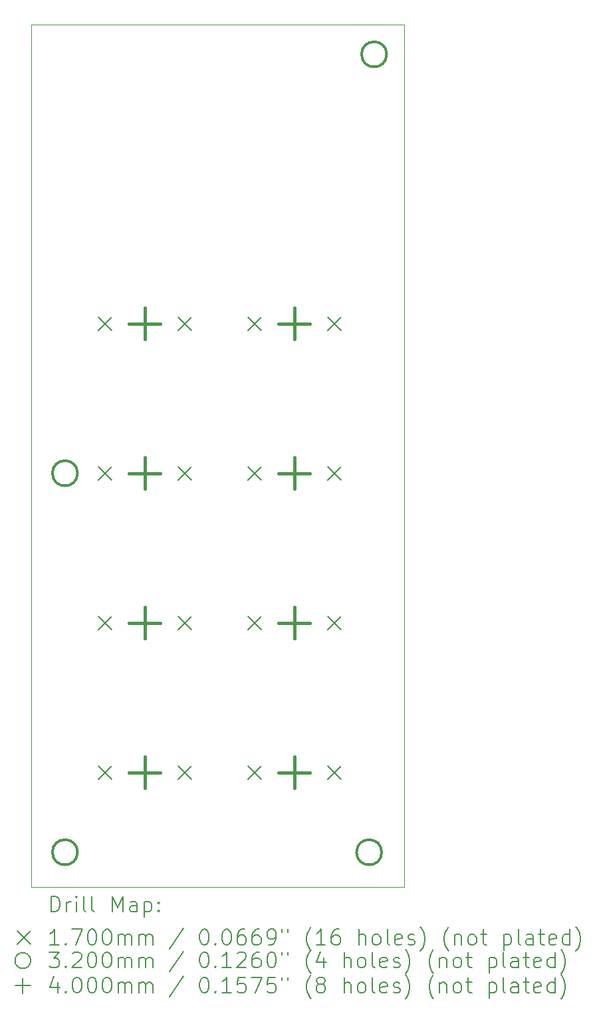
<source format=gbr>
%TF.GenerationSoftware,KiCad,Pcbnew,(6.0.9)*%
%TF.CreationDate,2023-04-09T12:51:09-04:00*%
%TF.ProjectId,MainPad,4d61696e-5061-4642-9e6b-696361645f70,rev?*%
%TF.SameCoordinates,Original*%
%TF.FileFunction,Drillmap*%
%TF.FilePolarity,Positive*%
%FSLAX45Y45*%
G04 Gerber Fmt 4.5, Leading zero omitted, Abs format (unit mm)*
G04 Created by KiCad (PCBNEW (6.0.9)) date 2023-04-09 12:51:09*
%MOMM*%
%LPD*%
G01*
G04 APERTURE LIST*
%ADD10C,0.100000*%
%ADD11C,0.200000*%
%ADD12C,0.170000*%
%ADD13C,0.320000*%
%ADD14C,0.400000*%
G04 APERTURE END LIST*
D10*
X16637000Y-13652500D02*
X11887200Y-13652500D01*
X11887200Y-13652500D02*
X11887200Y-2667000D01*
X11887200Y-2667000D02*
X16637000Y-2667000D01*
X16637000Y-2667000D02*
X16637000Y-13652500D01*
D11*
D12*
X12742000Y-6392000D02*
X12912000Y-6562000D01*
X12912000Y-6392000D02*
X12742000Y-6562000D01*
X12742000Y-8297000D02*
X12912000Y-8467000D01*
X12912000Y-8297000D02*
X12742000Y-8467000D01*
X12742000Y-10202000D02*
X12912000Y-10372000D01*
X12912000Y-10202000D02*
X12742000Y-10372000D01*
X12742000Y-12107000D02*
X12912000Y-12277000D01*
X12912000Y-12107000D02*
X12742000Y-12277000D01*
X13758000Y-6392000D02*
X13928000Y-6562000D01*
X13928000Y-6392000D02*
X13758000Y-6562000D01*
X13758000Y-8297000D02*
X13928000Y-8467000D01*
X13928000Y-8297000D02*
X13758000Y-8467000D01*
X13758000Y-10202000D02*
X13928000Y-10372000D01*
X13928000Y-10202000D02*
X13758000Y-10372000D01*
X13758000Y-12107000D02*
X13928000Y-12277000D01*
X13928000Y-12107000D02*
X13758000Y-12277000D01*
X14647000Y-6392000D02*
X14817000Y-6562000D01*
X14817000Y-6392000D02*
X14647000Y-6562000D01*
X14647000Y-8297000D02*
X14817000Y-8467000D01*
X14817000Y-8297000D02*
X14647000Y-8467000D01*
X14647000Y-10202000D02*
X14817000Y-10372000D01*
X14817000Y-10202000D02*
X14647000Y-10372000D01*
X14647000Y-12107000D02*
X14817000Y-12277000D01*
X14817000Y-12107000D02*
X14647000Y-12277000D01*
X15663000Y-6392000D02*
X15833000Y-6562000D01*
X15833000Y-6392000D02*
X15663000Y-6562000D01*
X15663000Y-8297000D02*
X15833000Y-8467000D01*
X15833000Y-8297000D02*
X15663000Y-8467000D01*
X15663000Y-10202000D02*
X15833000Y-10372000D01*
X15833000Y-10202000D02*
X15663000Y-10372000D01*
X15663000Y-12107000D02*
X15833000Y-12277000D01*
X15833000Y-12107000D02*
X15663000Y-12277000D01*
D13*
X12479000Y-8382000D02*
G75*
G03*
X12479000Y-8382000I-160000J0D01*
G01*
X12479000Y-13208000D02*
G75*
G03*
X12479000Y-13208000I-160000J0D01*
G01*
X16352500Y-13208000D02*
G75*
G03*
X16352500Y-13208000I-160000J0D01*
G01*
X16416000Y-3048000D02*
G75*
G03*
X16416000Y-3048000I-160000J0D01*
G01*
D14*
X13335000Y-6277000D02*
X13335000Y-6677000D01*
X13135000Y-6477000D02*
X13535000Y-6477000D01*
X13335000Y-8182000D02*
X13335000Y-8582000D01*
X13135000Y-8382000D02*
X13535000Y-8382000D01*
X13335000Y-10087000D02*
X13335000Y-10487000D01*
X13135000Y-10287000D02*
X13535000Y-10287000D01*
X13335000Y-11992000D02*
X13335000Y-12392000D01*
X13135000Y-12192000D02*
X13535000Y-12192000D01*
X15240000Y-6277000D02*
X15240000Y-6677000D01*
X15040000Y-6477000D02*
X15440000Y-6477000D01*
X15240000Y-8182000D02*
X15240000Y-8582000D01*
X15040000Y-8382000D02*
X15440000Y-8382000D01*
X15240000Y-10087000D02*
X15240000Y-10487000D01*
X15040000Y-10287000D02*
X15440000Y-10287000D01*
X15240000Y-11992000D02*
X15240000Y-12392000D01*
X15040000Y-12192000D02*
X15440000Y-12192000D01*
D11*
X12139819Y-13967976D02*
X12139819Y-13767976D01*
X12187438Y-13767976D01*
X12216009Y-13777500D01*
X12235057Y-13796548D01*
X12244581Y-13815595D01*
X12254105Y-13853690D01*
X12254105Y-13882262D01*
X12244581Y-13920357D01*
X12235057Y-13939405D01*
X12216009Y-13958452D01*
X12187438Y-13967976D01*
X12139819Y-13967976D01*
X12339819Y-13967976D02*
X12339819Y-13834643D01*
X12339819Y-13872738D02*
X12349343Y-13853690D01*
X12358867Y-13844167D01*
X12377914Y-13834643D01*
X12396962Y-13834643D01*
X12463628Y-13967976D02*
X12463628Y-13834643D01*
X12463628Y-13767976D02*
X12454105Y-13777500D01*
X12463628Y-13787024D01*
X12473152Y-13777500D01*
X12463628Y-13767976D01*
X12463628Y-13787024D01*
X12587438Y-13967976D02*
X12568390Y-13958452D01*
X12558867Y-13939405D01*
X12558867Y-13767976D01*
X12692200Y-13967976D02*
X12673152Y-13958452D01*
X12663628Y-13939405D01*
X12663628Y-13767976D01*
X12920771Y-13967976D02*
X12920771Y-13767976D01*
X12987438Y-13910833D01*
X13054105Y-13767976D01*
X13054105Y-13967976D01*
X13235057Y-13967976D02*
X13235057Y-13863214D01*
X13225533Y-13844167D01*
X13206486Y-13834643D01*
X13168390Y-13834643D01*
X13149343Y-13844167D01*
X13235057Y-13958452D02*
X13216009Y-13967976D01*
X13168390Y-13967976D01*
X13149343Y-13958452D01*
X13139819Y-13939405D01*
X13139819Y-13920357D01*
X13149343Y-13901309D01*
X13168390Y-13891786D01*
X13216009Y-13891786D01*
X13235057Y-13882262D01*
X13330295Y-13834643D02*
X13330295Y-14034643D01*
X13330295Y-13844167D02*
X13349343Y-13834643D01*
X13387438Y-13834643D01*
X13406486Y-13844167D01*
X13416009Y-13853690D01*
X13425533Y-13872738D01*
X13425533Y-13929881D01*
X13416009Y-13948928D01*
X13406486Y-13958452D01*
X13387438Y-13967976D01*
X13349343Y-13967976D01*
X13330295Y-13958452D01*
X13511248Y-13948928D02*
X13520771Y-13958452D01*
X13511248Y-13967976D01*
X13501724Y-13958452D01*
X13511248Y-13948928D01*
X13511248Y-13967976D01*
X13511248Y-13844167D02*
X13520771Y-13853690D01*
X13511248Y-13863214D01*
X13501724Y-13853690D01*
X13511248Y-13844167D01*
X13511248Y-13863214D01*
D12*
X11712200Y-14212500D02*
X11882200Y-14382500D01*
X11882200Y-14212500D02*
X11712200Y-14382500D01*
D11*
X12244581Y-14387976D02*
X12130295Y-14387976D01*
X12187438Y-14387976D02*
X12187438Y-14187976D01*
X12168390Y-14216548D01*
X12149343Y-14235595D01*
X12130295Y-14245119D01*
X12330295Y-14368928D02*
X12339819Y-14378452D01*
X12330295Y-14387976D01*
X12320771Y-14378452D01*
X12330295Y-14368928D01*
X12330295Y-14387976D01*
X12406486Y-14187976D02*
X12539819Y-14187976D01*
X12454105Y-14387976D01*
X12654105Y-14187976D02*
X12673152Y-14187976D01*
X12692200Y-14197500D01*
X12701724Y-14207024D01*
X12711248Y-14226071D01*
X12720771Y-14264167D01*
X12720771Y-14311786D01*
X12711248Y-14349881D01*
X12701724Y-14368928D01*
X12692200Y-14378452D01*
X12673152Y-14387976D01*
X12654105Y-14387976D01*
X12635057Y-14378452D01*
X12625533Y-14368928D01*
X12616009Y-14349881D01*
X12606486Y-14311786D01*
X12606486Y-14264167D01*
X12616009Y-14226071D01*
X12625533Y-14207024D01*
X12635057Y-14197500D01*
X12654105Y-14187976D01*
X12844581Y-14187976D02*
X12863628Y-14187976D01*
X12882676Y-14197500D01*
X12892200Y-14207024D01*
X12901724Y-14226071D01*
X12911248Y-14264167D01*
X12911248Y-14311786D01*
X12901724Y-14349881D01*
X12892200Y-14368928D01*
X12882676Y-14378452D01*
X12863628Y-14387976D01*
X12844581Y-14387976D01*
X12825533Y-14378452D01*
X12816009Y-14368928D01*
X12806486Y-14349881D01*
X12796962Y-14311786D01*
X12796962Y-14264167D01*
X12806486Y-14226071D01*
X12816009Y-14207024D01*
X12825533Y-14197500D01*
X12844581Y-14187976D01*
X12996962Y-14387976D02*
X12996962Y-14254643D01*
X12996962Y-14273690D02*
X13006486Y-14264167D01*
X13025533Y-14254643D01*
X13054105Y-14254643D01*
X13073152Y-14264167D01*
X13082676Y-14283214D01*
X13082676Y-14387976D01*
X13082676Y-14283214D02*
X13092200Y-14264167D01*
X13111248Y-14254643D01*
X13139819Y-14254643D01*
X13158867Y-14264167D01*
X13168390Y-14283214D01*
X13168390Y-14387976D01*
X13263628Y-14387976D02*
X13263628Y-14254643D01*
X13263628Y-14273690D02*
X13273152Y-14264167D01*
X13292200Y-14254643D01*
X13320771Y-14254643D01*
X13339819Y-14264167D01*
X13349343Y-14283214D01*
X13349343Y-14387976D01*
X13349343Y-14283214D02*
X13358867Y-14264167D01*
X13377914Y-14254643D01*
X13406486Y-14254643D01*
X13425533Y-14264167D01*
X13435057Y-14283214D01*
X13435057Y-14387976D01*
X13825533Y-14178452D02*
X13654105Y-14435595D01*
X14082676Y-14187976D02*
X14101724Y-14187976D01*
X14120771Y-14197500D01*
X14130295Y-14207024D01*
X14139819Y-14226071D01*
X14149343Y-14264167D01*
X14149343Y-14311786D01*
X14139819Y-14349881D01*
X14130295Y-14368928D01*
X14120771Y-14378452D01*
X14101724Y-14387976D01*
X14082676Y-14387976D01*
X14063628Y-14378452D01*
X14054105Y-14368928D01*
X14044581Y-14349881D01*
X14035057Y-14311786D01*
X14035057Y-14264167D01*
X14044581Y-14226071D01*
X14054105Y-14207024D01*
X14063628Y-14197500D01*
X14082676Y-14187976D01*
X14235057Y-14368928D02*
X14244581Y-14378452D01*
X14235057Y-14387976D01*
X14225533Y-14378452D01*
X14235057Y-14368928D01*
X14235057Y-14387976D01*
X14368390Y-14187976D02*
X14387438Y-14187976D01*
X14406486Y-14197500D01*
X14416009Y-14207024D01*
X14425533Y-14226071D01*
X14435057Y-14264167D01*
X14435057Y-14311786D01*
X14425533Y-14349881D01*
X14416009Y-14368928D01*
X14406486Y-14378452D01*
X14387438Y-14387976D01*
X14368390Y-14387976D01*
X14349343Y-14378452D01*
X14339819Y-14368928D01*
X14330295Y-14349881D01*
X14320771Y-14311786D01*
X14320771Y-14264167D01*
X14330295Y-14226071D01*
X14339819Y-14207024D01*
X14349343Y-14197500D01*
X14368390Y-14187976D01*
X14606486Y-14187976D02*
X14568390Y-14187976D01*
X14549343Y-14197500D01*
X14539819Y-14207024D01*
X14520771Y-14235595D01*
X14511248Y-14273690D01*
X14511248Y-14349881D01*
X14520771Y-14368928D01*
X14530295Y-14378452D01*
X14549343Y-14387976D01*
X14587438Y-14387976D01*
X14606486Y-14378452D01*
X14616009Y-14368928D01*
X14625533Y-14349881D01*
X14625533Y-14302262D01*
X14616009Y-14283214D01*
X14606486Y-14273690D01*
X14587438Y-14264167D01*
X14549343Y-14264167D01*
X14530295Y-14273690D01*
X14520771Y-14283214D01*
X14511248Y-14302262D01*
X14796962Y-14187976D02*
X14758867Y-14187976D01*
X14739819Y-14197500D01*
X14730295Y-14207024D01*
X14711248Y-14235595D01*
X14701724Y-14273690D01*
X14701724Y-14349881D01*
X14711248Y-14368928D01*
X14720771Y-14378452D01*
X14739819Y-14387976D01*
X14777914Y-14387976D01*
X14796962Y-14378452D01*
X14806486Y-14368928D01*
X14816009Y-14349881D01*
X14816009Y-14302262D01*
X14806486Y-14283214D01*
X14796962Y-14273690D01*
X14777914Y-14264167D01*
X14739819Y-14264167D01*
X14720771Y-14273690D01*
X14711248Y-14283214D01*
X14701724Y-14302262D01*
X14911248Y-14387976D02*
X14949343Y-14387976D01*
X14968390Y-14378452D01*
X14977914Y-14368928D01*
X14996962Y-14340357D01*
X15006486Y-14302262D01*
X15006486Y-14226071D01*
X14996962Y-14207024D01*
X14987438Y-14197500D01*
X14968390Y-14187976D01*
X14930295Y-14187976D01*
X14911248Y-14197500D01*
X14901724Y-14207024D01*
X14892200Y-14226071D01*
X14892200Y-14273690D01*
X14901724Y-14292738D01*
X14911248Y-14302262D01*
X14930295Y-14311786D01*
X14968390Y-14311786D01*
X14987438Y-14302262D01*
X14996962Y-14292738D01*
X15006486Y-14273690D01*
X15082676Y-14187976D02*
X15082676Y-14226071D01*
X15158867Y-14187976D02*
X15158867Y-14226071D01*
X15454105Y-14464167D02*
X15444581Y-14454643D01*
X15425533Y-14426071D01*
X15416009Y-14407024D01*
X15406486Y-14378452D01*
X15396962Y-14330833D01*
X15396962Y-14292738D01*
X15406486Y-14245119D01*
X15416009Y-14216548D01*
X15425533Y-14197500D01*
X15444581Y-14168928D01*
X15454105Y-14159405D01*
X15635057Y-14387976D02*
X15520771Y-14387976D01*
X15577914Y-14387976D02*
X15577914Y-14187976D01*
X15558867Y-14216548D01*
X15539819Y-14235595D01*
X15520771Y-14245119D01*
X15806486Y-14187976D02*
X15768390Y-14187976D01*
X15749343Y-14197500D01*
X15739819Y-14207024D01*
X15720771Y-14235595D01*
X15711248Y-14273690D01*
X15711248Y-14349881D01*
X15720771Y-14368928D01*
X15730295Y-14378452D01*
X15749343Y-14387976D01*
X15787438Y-14387976D01*
X15806486Y-14378452D01*
X15816009Y-14368928D01*
X15825533Y-14349881D01*
X15825533Y-14302262D01*
X15816009Y-14283214D01*
X15806486Y-14273690D01*
X15787438Y-14264167D01*
X15749343Y-14264167D01*
X15730295Y-14273690D01*
X15720771Y-14283214D01*
X15711248Y-14302262D01*
X16063628Y-14387976D02*
X16063628Y-14187976D01*
X16149343Y-14387976D02*
X16149343Y-14283214D01*
X16139819Y-14264167D01*
X16120771Y-14254643D01*
X16092200Y-14254643D01*
X16073152Y-14264167D01*
X16063628Y-14273690D01*
X16273152Y-14387976D02*
X16254105Y-14378452D01*
X16244581Y-14368928D01*
X16235057Y-14349881D01*
X16235057Y-14292738D01*
X16244581Y-14273690D01*
X16254105Y-14264167D01*
X16273152Y-14254643D01*
X16301724Y-14254643D01*
X16320771Y-14264167D01*
X16330295Y-14273690D01*
X16339819Y-14292738D01*
X16339819Y-14349881D01*
X16330295Y-14368928D01*
X16320771Y-14378452D01*
X16301724Y-14387976D01*
X16273152Y-14387976D01*
X16454105Y-14387976D02*
X16435057Y-14378452D01*
X16425533Y-14359405D01*
X16425533Y-14187976D01*
X16606486Y-14378452D02*
X16587438Y-14387976D01*
X16549343Y-14387976D01*
X16530295Y-14378452D01*
X16520771Y-14359405D01*
X16520771Y-14283214D01*
X16530295Y-14264167D01*
X16549343Y-14254643D01*
X16587438Y-14254643D01*
X16606486Y-14264167D01*
X16616009Y-14283214D01*
X16616009Y-14302262D01*
X16520771Y-14321309D01*
X16692200Y-14378452D02*
X16711248Y-14387976D01*
X16749343Y-14387976D01*
X16768390Y-14378452D01*
X16777914Y-14359405D01*
X16777914Y-14349881D01*
X16768390Y-14330833D01*
X16749343Y-14321309D01*
X16720771Y-14321309D01*
X16701724Y-14311786D01*
X16692200Y-14292738D01*
X16692200Y-14283214D01*
X16701724Y-14264167D01*
X16720771Y-14254643D01*
X16749343Y-14254643D01*
X16768390Y-14264167D01*
X16844581Y-14464167D02*
X16854105Y-14454643D01*
X16873152Y-14426071D01*
X16882676Y-14407024D01*
X16892200Y-14378452D01*
X16901724Y-14330833D01*
X16901724Y-14292738D01*
X16892200Y-14245119D01*
X16882676Y-14216548D01*
X16873152Y-14197500D01*
X16854105Y-14168928D01*
X16844581Y-14159405D01*
X17206486Y-14464167D02*
X17196962Y-14454643D01*
X17177914Y-14426071D01*
X17168390Y-14407024D01*
X17158867Y-14378452D01*
X17149343Y-14330833D01*
X17149343Y-14292738D01*
X17158867Y-14245119D01*
X17168390Y-14216548D01*
X17177914Y-14197500D01*
X17196962Y-14168928D01*
X17206486Y-14159405D01*
X17282676Y-14254643D02*
X17282676Y-14387976D01*
X17282676Y-14273690D02*
X17292200Y-14264167D01*
X17311248Y-14254643D01*
X17339819Y-14254643D01*
X17358867Y-14264167D01*
X17368390Y-14283214D01*
X17368390Y-14387976D01*
X17492200Y-14387976D02*
X17473152Y-14378452D01*
X17463629Y-14368928D01*
X17454105Y-14349881D01*
X17454105Y-14292738D01*
X17463629Y-14273690D01*
X17473152Y-14264167D01*
X17492200Y-14254643D01*
X17520771Y-14254643D01*
X17539819Y-14264167D01*
X17549343Y-14273690D01*
X17558867Y-14292738D01*
X17558867Y-14349881D01*
X17549343Y-14368928D01*
X17539819Y-14378452D01*
X17520771Y-14387976D01*
X17492200Y-14387976D01*
X17616010Y-14254643D02*
X17692200Y-14254643D01*
X17644581Y-14187976D02*
X17644581Y-14359405D01*
X17654105Y-14378452D01*
X17673152Y-14387976D01*
X17692200Y-14387976D01*
X17911248Y-14254643D02*
X17911248Y-14454643D01*
X17911248Y-14264167D02*
X17930295Y-14254643D01*
X17968390Y-14254643D01*
X17987438Y-14264167D01*
X17996962Y-14273690D01*
X18006486Y-14292738D01*
X18006486Y-14349881D01*
X17996962Y-14368928D01*
X17987438Y-14378452D01*
X17968390Y-14387976D01*
X17930295Y-14387976D01*
X17911248Y-14378452D01*
X18120771Y-14387976D02*
X18101724Y-14378452D01*
X18092200Y-14359405D01*
X18092200Y-14187976D01*
X18282676Y-14387976D02*
X18282676Y-14283214D01*
X18273152Y-14264167D01*
X18254105Y-14254643D01*
X18216010Y-14254643D01*
X18196962Y-14264167D01*
X18282676Y-14378452D02*
X18263629Y-14387976D01*
X18216010Y-14387976D01*
X18196962Y-14378452D01*
X18187438Y-14359405D01*
X18187438Y-14340357D01*
X18196962Y-14321309D01*
X18216010Y-14311786D01*
X18263629Y-14311786D01*
X18282676Y-14302262D01*
X18349343Y-14254643D02*
X18425533Y-14254643D01*
X18377914Y-14187976D02*
X18377914Y-14359405D01*
X18387438Y-14378452D01*
X18406486Y-14387976D01*
X18425533Y-14387976D01*
X18568390Y-14378452D02*
X18549343Y-14387976D01*
X18511248Y-14387976D01*
X18492200Y-14378452D01*
X18482676Y-14359405D01*
X18482676Y-14283214D01*
X18492200Y-14264167D01*
X18511248Y-14254643D01*
X18549343Y-14254643D01*
X18568390Y-14264167D01*
X18577914Y-14283214D01*
X18577914Y-14302262D01*
X18482676Y-14321309D01*
X18749343Y-14387976D02*
X18749343Y-14187976D01*
X18749343Y-14378452D02*
X18730295Y-14387976D01*
X18692200Y-14387976D01*
X18673152Y-14378452D01*
X18663629Y-14368928D01*
X18654105Y-14349881D01*
X18654105Y-14292738D01*
X18663629Y-14273690D01*
X18673152Y-14264167D01*
X18692200Y-14254643D01*
X18730295Y-14254643D01*
X18749343Y-14264167D01*
X18825533Y-14464167D02*
X18835057Y-14454643D01*
X18854105Y-14426071D01*
X18863629Y-14407024D01*
X18873152Y-14378452D01*
X18882676Y-14330833D01*
X18882676Y-14292738D01*
X18873152Y-14245119D01*
X18863629Y-14216548D01*
X18854105Y-14197500D01*
X18835057Y-14168928D01*
X18825533Y-14159405D01*
X11882200Y-14587500D02*
G75*
G03*
X11882200Y-14587500I-100000J0D01*
G01*
X12120771Y-14477976D02*
X12244581Y-14477976D01*
X12177914Y-14554167D01*
X12206486Y-14554167D01*
X12225533Y-14563690D01*
X12235057Y-14573214D01*
X12244581Y-14592262D01*
X12244581Y-14639881D01*
X12235057Y-14658928D01*
X12225533Y-14668452D01*
X12206486Y-14677976D01*
X12149343Y-14677976D01*
X12130295Y-14668452D01*
X12120771Y-14658928D01*
X12330295Y-14658928D02*
X12339819Y-14668452D01*
X12330295Y-14677976D01*
X12320771Y-14668452D01*
X12330295Y-14658928D01*
X12330295Y-14677976D01*
X12416009Y-14497024D02*
X12425533Y-14487500D01*
X12444581Y-14477976D01*
X12492200Y-14477976D01*
X12511248Y-14487500D01*
X12520771Y-14497024D01*
X12530295Y-14516071D01*
X12530295Y-14535119D01*
X12520771Y-14563690D01*
X12406486Y-14677976D01*
X12530295Y-14677976D01*
X12654105Y-14477976D02*
X12673152Y-14477976D01*
X12692200Y-14487500D01*
X12701724Y-14497024D01*
X12711248Y-14516071D01*
X12720771Y-14554167D01*
X12720771Y-14601786D01*
X12711248Y-14639881D01*
X12701724Y-14658928D01*
X12692200Y-14668452D01*
X12673152Y-14677976D01*
X12654105Y-14677976D01*
X12635057Y-14668452D01*
X12625533Y-14658928D01*
X12616009Y-14639881D01*
X12606486Y-14601786D01*
X12606486Y-14554167D01*
X12616009Y-14516071D01*
X12625533Y-14497024D01*
X12635057Y-14487500D01*
X12654105Y-14477976D01*
X12844581Y-14477976D02*
X12863628Y-14477976D01*
X12882676Y-14487500D01*
X12892200Y-14497024D01*
X12901724Y-14516071D01*
X12911248Y-14554167D01*
X12911248Y-14601786D01*
X12901724Y-14639881D01*
X12892200Y-14658928D01*
X12882676Y-14668452D01*
X12863628Y-14677976D01*
X12844581Y-14677976D01*
X12825533Y-14668452D01*
X12816009Y-14658928D01*
X12806486Y-14639881D01*
X12796962Y-14601786D01*
X12796962Y-14554167D01*
X12806486Y-14516071D01*
X12816009Y-14497024D01*
X12825533Y-14487500D01*
X12844581Y-14477976D01*
X12996962Y-14677976D02*
X12996962Y-14544643D01*
X12996962Y-14563690D02*
X13006486Y-14554167D01*
X13025533Y-14544643D01*
X13054105Y-14544643D01*
X13073152Y-14554167D01*
X13082676Y-14573214D01*
X13082676Y-14677976D01*
X13082676Y-14573214D02*
X13092200Y-14554167D01*
X13111248Y-14544643D01*
X13139819Y-14544643D01*
X13158867Y-14554167D01*
X13168390Y-14573214D01*
X13168390Y-14677976D01*
X13263628Y-14677976D02*
X13263628Y-14544643D01*
X13263628Y-14563690D02*
X13273152Y-14554167D01*
X13292200Y-14544643D01*
X13320771Y-14544643D01*
X13339819Y-14554167D01*
X13349343Y-14573214D01*
X13349343Y-14677976D01*
X13349343Y-14573214D02*
X13358867Y-14554167D01*
X13377914Y-14544643D01*
X13406486Y-14544643D01*
X13425533Y-14554167D01*
X13435057Y-14573214D01*
X13435057Y-14677976D01*
X13825533Y-14468452D02*
X13654105Y-14725595D01*
X14082676Y-14477976D02*
X14101724Y-14477976D01*
X14120771Y-14487500D01*
X14130295Y-14497024D01*
X14139819Y-14516071D01*
X14149343Y-14554167D01*
X14149343Y-14601786D01*
X14139819Y-14639881D01*
X14130295Y-14658928D01*
X14120771Y-14668452D01*
X14101724Y-14677976D01*
X14082676Y-14677976D01*
X14063628Y-14668452D01*
X14054105Y-14658928D01*
X14044581Y-14639881D01*
X14035057Y-14601786D01*
X14035057Y-14554167D01*
X14044581Y-14516071D01*
X14054105Y-14497024D01*
X14063628Y-14487500D01*
X14082676Y-14477976D01*
X14235057Y-14658928D02*
X14244581Y-14668452D01*
X14235057Y-14677976D01*
X14225533Y-14668452D01*
X14235057Y-14658928D01*
X14235057Y-14677976D01*
X14435057Y-14677976D02*
X14320771Y-14677976D01*
X14377914Y-14677976D02*
X14377914Y-14477976D01*
X14358867Y-14506548D01*
X14339819Y-14525595D01*
X14320771Y-14535119D01*
X14511248Y-14497024D02*
X14520771Y-14487500D01*
X14539819Y-14477976D01*
X14587438Y-14477976D01*
X14606486Y-14487500D01*
X14616009Y-14497024D01*
X14625533Y-14516071D01*
X14625533Y-14535119D01*
X14616009Y-14563690D01*
X14501724Y-14677976D01*
X14625533Y-14677976D01*
X14796962Y-14477976D02*
X14758867Y-14477976D01*
X14739819Y-14487500D01*
X14730295Y-14497024D01*
X14711248Y-14525595D01*
X14701724Y-14563690D01*
X14701724Y-14639881D01*
X14711248Y-14658928D01*
X14720771Y-14668452D01*
X14739819Y-14677976D01*
X14777914Y-14677976D01*
X14796962Y-14668452D01*
X14806486Y-14658928D01*
X14816009Y-14639881D01*
X14816009Y-14592262D01*
X14806486Y-14573214D01*
X14796962Y-14563690D01*
X14777914Y-14554167D01*
X14739819Y-14554167D01*
X14720771Y-14563690D01*
X14711248Y-14573214D01*
X14701724Y-14592262D01*
X14939819Y-14477976D02*
X14958867Y-14477976D01*
X14977914Y-14487500D01*
X14987438Y-14497024D01*
X14996962Y-14516071D01*
X15006486Y-14554167D01*
X15006486Y-14601786D01*
X14996962Y-14639881D01*
X14987438Y-14658928D01*
X14977914Y-14668452D01*
X14958867Y-14677976D01*
X14939819Y-14677976D01*
X14920771Y-14668452D01*
X14911248Y-14658928D01*
X14901724Y-14639881D01*
X14892200Y-14601786D01*
X14892200Y-14554167D01*
X14901724Y-14516071D01*
X14911248Y-14497024D01*
X14920771Y-14487500D01*
X14939819Y-14477976D01*
X15082676Y-14477976D02*
X15082676Y-14516071D01*
X15158867Y-14477976D02*
X15158867Y-14516071D01*
X15454105Y-14754167D02*
X15444581Y-14744643D01*
X15425533Y-14716071D01*
X15416009Y-14697024D01*
X15406486Y-14668452D01*
X15396962Y-14620833D01*
X15396962Y-14582738D01*
X15406486Y-14535119D01*
X15416009Y-14506548D01*
X15425533Y-14487500D01*
X15444581Y-14458928D01*
X15454105Y-14449405D01*
X15616009Y-14544643D02*
X15616009Y-14677976D01*
X15568390Y-14468452D02*
X15520771Y-14611309D01*
X15644581Y-14611309D01*
X15873152Y-14677976D02*
X15873152Y-14477976D01*
X15958867Y-14677976D02*
X15958867Y-14573214D01*
X15949343Y-14554167D01*
X15930295Y-14544643D01*
X15901724Y-14544643D01*
X15882676Y-14554167D01*
X15873152Y-14563690D01*
X16082676Y-14677976D02*
X16063628Y-14668452D01*
X16054105Y-14658928D01*
X16044581Y-14639881D01*
X16044581Y-14582738D01*
X16054105Y-14563690D01*
X16063628Y-14554167D01*
X16082676Y-14544643D01*
X16111248Y-14544643D01*
X16130295Y-14554167D01*
X16139819Y-14563690D01*
X16149343Y-14582738D01*
X16149343Y-14639881D01*
X16139819Y-14658928D01*
X16130295Y-14668452D01*
X16111248Y-14677976D01*
X16082676Y-14677976D01*
X16263628Y-14677976D02*
X16244581Y-14668452D01*
X16235057Y-14649405D01*
X16235057Y-14477976D01*
X16416009Y-14668452D02*
X16396962Y-14677976D01*
X16358867Y-14677976D01*
X16339819Y-14668452D01*
X16330295Y-14649405D01*
X16330295Y-14573214D01*
X16339819Y-14554167D01*
X16358867Y-14544643D01*
X16396962Y-14544643D01*
X16416009Y-14554167D01*
X16425533Y-14573214D01*
X16425533Y-14592262D01*
X16330295Y-14611309D01*
X16501724Y-14668452D02*
X16520771Y-14677976D01*
X16558867Y-14677976D01*
X16577914Y-14668452D01*
X16587438Y-14649405D01*
X16587438Y-14639881D01*
X16577914Y-14620833D01*
X16558867Y-14611309D01*
X16530295Y-14611309D01*
X16511248Y-14601786D01*
X16501724Y-14582738D01*
X16501724Y-14573214D01*
X16511248Y-14554167D01*
X16530295Y-14544643D01*
X16558867Y-14544643D01*
X16577914Y-14554167D01*
X16654105Y-14754167D02*
X16663628Y-14744643D01*
X16682676Y-14716071D01*
X16692200Y-14697024D01*
X16701724Y-14668452D01*
X16711248Y-14620833D01*
X16711248Y-14582738D01*
X16701724Y-14535119D01*
X16692200Y-14506548D01*
X16682676Y-14487500D01*
X16663628Y-14458928D01*
X16654105Y-14449405D01*
X17016010Y-14754167D02*
X17006486Y-14744643D01*
X16987438Y-14716071D01*
X16977914Y-14697024D01*
X16968390Y-14668452D01*
X16958867Y-14620833D01*
X16958867Y-14582738D01*
X16968390Y-14535119D01*
X16977914Y-14506548D01*
X16987438Y-14487500D01*
X17006486Y-14458928D01*
X17016010Y-14449405D01*
X17092200Y-14544643D02*
X17092200Y-14677976D01*
X17092200Y-14563690D02*
X17101724Y-14554167D01*
X17120771Y-14544643D01*
X17149343Y-14544643D01*
X17168390Y-14554167D01*
X17177914Y-14573214D01*
X17177914Y-14677976D01*
X17301724Y-14677976D02*
X17282676Y-14668452D01*
X17273152Y-14658928D01*
X17263629Y-14639881D01*
X17263629Y-14582738D01*
X17273152Y-14563690D01*
X17282676Y-14554167D01*
X17301724Y-14544643D01*
X17330295Y-14544643D01*
X17349343Y-14554167D01*
X17358867Y-14563690D01*
X17368390Y-14582738D01*
X17368390Y-14639881D01*
X17358867Y-14658928D01*
X17349343Y-14668452D01*
X17330295Y-14677976D01*
X17301724Y-14677976D01*
X17425533Y-14544643D02*
X17501724Y-14544643D01*
X17454105Y-14477976D02*
X17454105Y-14649405D01*
X17463629Y-14668452D01*
X17482676Y-14677976D01*
X17501724Y-14677976D01*
X17720771Y-14544643D02*
X17720771Y-14744643D01*
X17720771Y-14554167D02*
X17739819Y-14544643D01*
X17777914Y-14544643D01*
X17796962Y-14554167D01*
X17806486Y-14563690D01*
X17816010Y-14582738D01*
X17816010Y-14639881D01*
X17806486Y-14658928D01*
X17796962Y-14668452D01*
X17777914Y-14677976D01*
X17739819Y-14677976D01*
X17720771Y-14668452D01*
X17930295Y-14677976D02*
X17911248Y-14668452D01*
X17901724Y-14649405D01*
X17901724Y-14477976D01*
X18092200Y-14677976D02*
X18092200Y-14573214D01*
X18082676Y-14554167D01*
X18063629Y-14544643D01*
X18025533Y-14544643D01*
X18006486Y-14554167D01*
X18092200Y-14668452D02*
X18073152Y-14677976D01*
X18025533Y-14677976D01*
X18006486Y-14668452D01*
X17996962Y-14649405D01*
X17996962Y-14630357D01*
X18006486Y-14611309D01*
X18025533Y-14601786D01*
X18073152Y-14601786D01*
X18092200Y-14592262D01*
X18158867Y-14544643D02*
X18235057Y-14544643D01*
X18187438Y-14477976D02*
X18187438Y-14649405D01*
X18196962Y-14668452D01*
X18216010Y-14677976D01*
X18235057Y-14677976D01*
X18377914Y-14668452D02*
X18358867Y-14677976D01*
X18320771Y-14677976D01*
X18301724Y-14668452D01*
X18292200Y-14649405D01*
X18292200Y-14573214D01*
X18301724Y-14554167D01*
X18320771Y-14544643D01*
X18358867Y-14544643D01*
X18377914Y-14554167D01*
X18387438Y-14573214D01*
X18387438Y-14592262D01*
X18292200Y-14611309D01*
X18558867Y-14677976D02*
X18558867Y-14477976D01*
X18558867Y-14668452D02*
X18539819Y-14677976D01*
X18501724Y-14677976D01*
X18482676Y-14668452D01*
X18473152Y-14658928D01*
X18463629Y-14639881D01*
X18463629Y-14582738D01*
X18473152Y-14563690D01*
X18482676Y-14554167D01*
X18501724Y-14544643D01*
X18539819Y-14544643D01*
X18558867Y-14554167D01*
X18635057Y-14754167D02*
X18644581Y-14744643D01*
X18663629Y-14716071D01*
X18673152Y-14697024D01*
X18682676Y-14668452D01*
X18692200Y-14620833D01*
X18692200Y-14582738D01*
X18682676Y-14535119D01*
X18673152Y-14506548D01*
X18663629Y-14487500D01*
X18644581Y-14458928D01*
X18635057Y-14449405D01*
X11782200Y-14807500D02*
X11782200Y-15007500D01*
X11682200Y-14907500D02*
X11882200Y-14907500D01*
X12225533Y-14864643D02*
X12225533Y-14997976D01*
X12177914Y-14788452D02*
X12130295Y-14931309D01*
X12254105Y-14931309D01*
X12330295Y-14978928D02*
X12339819Y-14988452D01*
X12330295Y-14997976D01*
X12320771Y-14988452D01*
X12330295Y-14978928D01*
X12330295Y-14997976D01*
X12463628Y-14797976D02*
X12482676Y-14797976D01*
X12501724Y-14807500D01*
X12511248Y-14817024D01*
X12520771Y-14836071D01*
X12530295Y-14874167D01*
X12530295Y-14921786D01*
X12520771Y-14959881D01*
X12511248Y-14978928D01*
X12501724Y-14988452D01*
X12482676Y-14997976D01*
X12463628Y-14997976D01*
X12444581Y-14988452D01*
X12435057Y-14978928D01*
X12425533Y-14959881D01*
X12416009Y-14921786D01*
X12416009Y-14874167D01*
X12425533Y-14836071D01*
X12435057Y-14817024D01*
X12444581Y-14807500D01*
X12463628Y-14797976D01*
X12654105Y-14797976D02*
X12673152Y-14797976D01*
X12692200Y-14807500D01*
X12701724Y-14817024D01*
X12711248Y-14836071D01*
X12720771Y-14874167D01*
X12720771Y-14921786D01*
X12711248Y-14959881D01*
X12701724Y-14978928D01*
X12692200Y-14988452D01*
X12673152Y-14997976D01*
X12654105Y-14997976D01*
X12635057Y-14988452D01*
X12625533Y-14978928D01*
X12616009Y-14959881D01*
X12606486Y-14921786D01*
X12606486Y-14874167D01*
X12616009Y-14836071D01*
X12625533Y-14817024D01*
X12635057Y-14807500D01*
X12654105Y-14797976D01*
X12844581Y-14797976D02*
X12863628Y-14797976D01*
X12882676Y-14807500D01*
X12892200Y-14817024D01*
X12901724Y-14836071D01*
X12911248Y-14874167D01*
X12911248Y-14921786D01*
X12901724Y-14959881D01*
X12892200Y-14978928D01*
X12882676Y-14988452D01*
X12863628Y-14997976D01*
X12844581Y-14997976D01*
X12825533Y-14988452D01*
X12816009Y-14978928D01*
X12806486Y-14959881D01*
X12796962Y-14921786D01*
X12796962Y-14874167D01*
X12806486Y-14836071D01*
X12816009Y-14817024D01*
X12825533Y-14807500D01*
X12844581Y-14797976D01*
X12996962Y-14997976D02*
X12996962Y-14864643D01*
X12996962Y-14883690D02*
X13006486Y-14874167D01*
X13025533Y-14864643D01*
X13054105Y-14864643D01*
X13073152Y-14874167D01*
X13082676Y-14893214D01*
X13082676Y-14997976D01*
X13082676Y-14893214D02*
X13092200Y-14874167D01*
X13111248Y-14864643D01*
X13139819Y-14864643D01*
X13158867Y-14874167D01*
X13168390Y-14893214D01*
X13168390Y-14997976D01*
X13263628Y-14997976D02*
X13263628Y-14864643D01*
X13263628Y-14883690D02*
X13273152Y-14874167D01*
X13292200Y-14864643D01*
X13320771Y-14864643D01*
X13339819Y-14874167D01*
X13349343Y-14893214D01*
X13349343Y-14997976D01*
X13349343Y-14893214D02*
X13358867Y-14874167D01*
X13377914Y-14864643D01*
X13406486Y-14864643D01*
X13425533Y-14874167D01*
X13435057Y-14893214D01*
X13435057Y-14997976D01*
X13825533Y-14788452D02*
X13654105Y-15045595D01*
X14082676Y-14797976D02*
X14101724Y-14797976D01*
X14120771Y-14807500D01*
X14130295Y-14817024D01*
X14139819Y-14836071D01*
X14149343Y-14874167D01*
X14149343Y-14921786D01*
X14139819Y-14959881D01*
X14130295Y-14978928D01*
X14120771Y-14988452D01*
X14101724Y-14997976D01*
X14082676Y-14997976D01*
X14063628Y-14988452D01*
X14054105Y-14978928D01*
X14044581Y-14959881D01*
X14035057Y-14921786D01*
X14035057Y-14874167D01*
X14044581Y-14836071D01*
X14054105Y-14817024D01*
X14063628Y-14807500D01*
X14082676Y-14797976D01*
X14235057Y-14978928D02*
X14244581Y-14988452D01*
X14235057Y-14997976D01*
X14225533Y-14988452D01*
X14235057Y-14978928D01*
X14235057Y-14997976D01*
X14435057Y-14997976D02*
X14320771Y-14997976D01*
X14377914Y-14997976D02*
X14377914Y-14797976D01*
X14358867Y-14826548D01*
X14339819Y-14845595D01*
X14320771Y-14855119D01*
X14616009Y-14797976D02*
X14520771Y-14797976D01*
X14511248Y-14893214D01*
X14520771Y-14883690D01*
X14539819Y-14874167D01*
X14587438Y-14874167D01*
X14606486Y-14883690D01*
X14616009Y-14893214D01*
X14625533Y-14912262D01*
X14625533Y-14959881D01*
X14616009Y-14978928D01*
X14606486Y-14988452D01*
X14587438Y-14997976D01*
X14539819Y-14997976D01*
X14520771Y-14988452D01*
X14511248Y-14978928D01*
X14692200Y-14797976D02*
X14825533Y-14797976D01*
X14739819Y-14997976D01*
X14996962Y-14797976D02*
X14901724Y-14797976D01*
X14892200Y-14893214D01*
X14901724Y-14883690D01*
X14920771Y-14874167D01*
X14968390Y-14874167D01*
X14987438Y-14883690D01*
X14996962Y-14893214D01*
X15006486Y-14912262D01*
X15006486Y-14959881D01*
X14996962Y-14978928D01*
X14987438Y-14988452D01*
X14968390Y-14997976D01*
X14920771Y-14997976D01*
X14901724Y-14988452D01*
X14892200Y-14978928D01*
X15082676Y-14797976D02*
X15082676Y-14836071D01*
X15158867Y-14797976D02*
X15158867Y-14836071D01*
X15454105Y-15074167D02*
X15444581Y-15064643D01*
X15425533Y-15036071D01*
X15416009Y-15017024D01*
X15406486Y-14988452D01*
X15396962Y-14940833D01*
X15396962Y-14902738D01*
X15406486Y-14855119D01*
X15416009Y-14826548D01*
X15425533Y-14807500D01*
X15444581Y-14778928D01*
X15454105Y-14769405D01*
X15558867Y-14883690D02*
X15539819Y-14874167D01*
X15530295Y-14864643D01*
X15520771Y-14845595D01*
X15520771Y-14836071D01*
X15530295Y-14817024D01*
X15539819Y-14807500D01*
X15558867Y-14797976D01*
X15596962Y-14797976D01*
X15616009Y-14807500D01*
X15625533Y-14817024D01*
X15635057Y-14836071D01*
X15635057Y-14845595D01*
X15625533Y-14864643D01*
X15616009Y-14874167D01*
X15596962Y-14883690D01*
X15558867Y-14883690D01*
X15539819Y-14893214D01*
X15530295Y-14902738D01*
X15520771Y-14921786D01*
X15520771Y-14959881D01*
X15530295Y-14978928D01*
X15539819Y-14988452D01*
X15558867Y-14997976D01*
X15596962Y-14997976D01*
X15616009Y-14988452D01*
X15625533Y-14978928D01*
X15635057Y-14959881D01*
X15635057Y-14921786D01*
X15625533Y-14902738D01*
X15616009Y-14893214D01*
X15596962Y-14883690D01*
X15873152Y-14997976D02*
X15873152Y-14797976D01*
X15958867Y-14997976D02*
X15958867Y-14893214D01*
X15949343Y-14874167D01*
X15930295Y-14864643D01*
X15901724Y-14864643D01*
X15882676Y-14874167D01*
X15873152Y-14883690D01*
X16082676Y-14997976D02*
X16063628Y-14988452D01*
X16054105Y-14978928D01*
X16044581Y-14959881D01*
X16044581Y-14902738D01*
X16054105Y-14883690D01*
X16063628Y-14874167D01*
X16082676Y-14864643D01*
X16111248Y-14864643D01*
X16130295Y-14874167D01*
X16139819Y-14883690D01*
X16149343Y-14902738D01*
X16149343Y-14959881D01*
X16139819Y-14978928D01*
X16130295Y-14988452D01*
X16111248Y-14997976D01*
X16082676Y-14997976D01*
X16263628Y-14997976D02*
X16244581Y-14988452D01*
X16235057Y-14969405D01*
X16235057Y-14797976D01*
X16416009Y-14988452D02*
X16396962Y-14997976D01*
X16358867Y-14997976D01*
X16339819Y-14988452D01*
X16330295Y-14969405D01*
X16330295Y-14893214D01*
X16339819Y-14874167D01*
X16358867Y-14864643D01*
X16396962Y-14864643D01*
X16416009Y-14874167D01*
X16425533Y-14893214D01*
X16425533Y-14912262D01*
X16330295Y-14931309D01*
X16501724Y-14988452D02*
X16520771Y-14997976D01*
X16558867Y-14997976D01*
X16577914Y-14988452D01*
X16587438Y-14969405D01*
X16587438Y-14959881D01*
X16577914Y-14940833D01*
X16558867Y-14931309D01*
X16530295Y-14931309D01*
X16511248Y-14921786D01*
X16501724Y-14902738D01*
X16501724Y-14893214D01*
X16511248Y-14874167D01*
X16530295Y-14864643D01*
X16558867Y-14864643D01*
X16577914Y-14874167D01*
X16654105Y-15074167D02*
X16663628Y-15064643D01*
X16682676Y-15036071D01*
X16692200Y-15017024D01*
X16701724Y-14988452D01*
X16711248Y-14940833D01*
X16711248Y-14902738D01*
X16701724Y-14855119D01*
X16692200Y-14826548D01*
X16682676Y-14807500D01*
X16663628Y-14778928D01*
X16654105Y-14769405D01*
X17016010Y-15074167D02*
X17006486Y-15064643D01*
X16987438Y-15036071D01*
X16977914Y-15017024D01*
X16968390Y-14988452D01*
X16958867Y-14940833D01*
X16958867Y-14902738D01*
X16968390Y-14855119D01*
X16977914Y-14826548D01*
X16987438Y-14807500D01*
X17006486Y-14778928D01*
X17016010Y-14769405D01*
X17092200Y-14864643D02*
X17092200Y-14997976D01*
X17092200Y-14883690D02*
X17101724Y-14874167D01*
X17120771Y-14864643D01*
X17149343Y-14864643D01*
X17168390Y-14874167D01*
X17177914Y-14893214D01*
X17177914Y-14997976D01*
X17301724Y-14997976D02*
X17282676Y-14988452D01*
X17273152Y-14978928D01*
X17263629Y-14959881D01*
X17263629Y-14902738D01*
X17273152Y-14883690D01*
X17282676Y-14874167D01*
X17301724Y-14864643D01*
X17330295Y-14864643D01*
X17349343Y-14874167D01*
X17358867Y-14883690D01*
X17368390Y-14902738D01*
X17368390Y-14959881D01*
X17358867Y-14978928D01*
X17349343Y-14988452D01*
X17330295Y-14997976D01*
X17301724Y-14997976D01*
X17425533Y-14864643D02*
X17501724Y-14864643D01*
X17454105Y-14797976D02*
X17454105Y-14969405D01*
X17463629Y-14988452D01*
X17482676Y-14997976D01*
X17501724Y-14997976D01*
X17720771Y-14864643D02*
X17720771Y-15064643D01*
X17720771Y-14874167D02*
X17739819Y-14864643D01*
X17777914Y-14864643D01*
X17796962Y-14874167D01*
X17806486Y-14883690D01*
X17816010Y-14902738D01*
X17816010Y-14959881D01*
X17806486Y-14978928D01*
X17796962Y-14988452D01*
X17777914Y-14997976D01*
X17739819Y-14997976D01*
X17720771Y-14988452D01*
X17930295Y-14997976D02*
X17911248Y-14988452D01*
X17901724Y-14969405D01*
X17901724Y-14797976D01*
X18092200Y-14997976D02*
X18092200Y-14893214D01*
X18082676Y-14874167D01*
X18063629Y-14864643D01*
X18025533Y-14864643D01*
X18006486Y-14874167D01*
X18092200Y-14988452D02*
X18073152Y-14997976D01*
X18025533Y-14997976D01*
X18006486Y-14988452D01*
X17996962Y-14969405D01*
X17996962Y-14950357D01*
X18006486Y-14931309D01*
X18025533Y-14921786D01*
X18073152Y-14921786D01*
X18092200Y-14912262D01*
X18158867Y-14864643D02*
X18235057Y-14864643D01*
X18187438Y-14797976D02*
X18187438Y-14969405D01*
X18196962Y-14988452D01*
X18216010Y-14997976D01*
X18235057Y-14997976D01*
X18377914Y-14988452D02*
X18358867Y-14997976D01*
X18320771Y-14997976D01*
X18301724Y-14988452D01*
X18292200Y-14969405D01*
X18292200Y-14893214D01*
X18301724Y-14874167D01*
X18320771Y-14864643D01*
X18358867Y-14864643D01*
X18377914Y-14874167D01*
X18387438Y-14893214D01*
X18387438Y-14912262D01*
X18292200Y-14931309D01*
X18558867Y-14997976D02*
X18558867Y-14797976D01*
X18558867Y-14988452D02*
X18539819Y-14997976D01*
X18501724Y-14997976D01*
X18482676Y-14988452D01*
X18473152Y-14978928D01*
X18463629Y-14959881D01*
X18463629Y-14902738D01*
X18473152Y-14883690D01*
X18482676Y-14874167D01*
X18501724Y-14864643D01*
X18539819Y-14864643D01*
X18558867Y-14874167D01*
X18635057Y-15074167D02*
X18644581Y-15064643D01*
X18663629Y-15036071D01*
X18673152Y-15017024D01*
X18682676Y-14988452D01*
X18692200Y-14940833D01*
X18692200Y-14902738D01*
X18682676Y-14855119D01*
X18673152Y-14826548D01*
X18663629Y-14807500D01*
X18644581Y-14778928D01*
X18635057Y-14769405D01*
M02*

</source>
